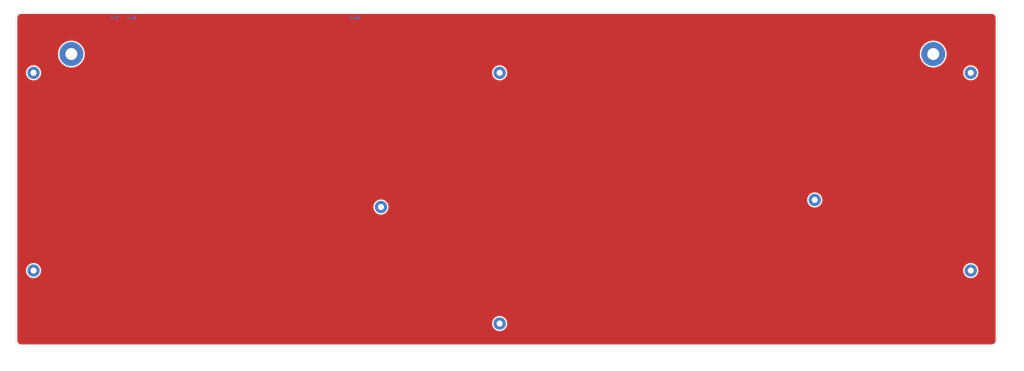
<source format=kicad_pcb>
(kicad_pcb (version 20171130) (host pcbnew "(5.1.12)-1")

  (general
    (thickness 1.6)
    (drawings 10)
    (tracks 0)
    (zones 0)
    (modules 10)
    (nets 1)
  )

  (page User 450.012 250.012)
  (title_block
    (title "PyKey87 Bottom Plate")
    (date 2021-11-12)
    (comment 1 "nitronarcosis & Pierre Constantineau")
  )

  (layers
    (0 F.Cu signal)
    (31 B.Cu signal)
    (32 B.Adhes user)
    (33 F.Adhes user)
    (34 B.Paste user)
    (35 F.Paste user)
    (36 B.SilkS user)
    (37 F.SilkS user)
    (38 B.Mask user)
    (39 F.Mask user)
    (40 Dwgs.User user)
    (41 Cmts.User user)
    (42 Eco1.User user)
    (43 Eco2.User user)
    (44 Edge.Cuts user)
    (45 Margin user)
    (46 B.CrtYd user)
    (47 F.CrtYd user)
    (48 B.Fab user)
    (49 F.Fab user)
  )

  (setup
    (last_trace_width 0.25)
    (trace_clearance 0.2)
    (zone_clearance 0.508)
    (zone_45_only no)
    (trace_min 0.2)
    (via_size 0.8)
    (via_drill 0.4)
    (via_min_size 0.4)
    (via_min_drill 0.3)
    (uvia_size 0.3)
    (uvia_drill 0.1)
    (uvias_allowed no)
    (uvia_min_size 0.2)
    (uvia_min_drill 0.1)
    (edge_width 0.05)
    (segment_width 0.2)
    (pcb_text_width 0.3)
    (pcb_text_size 1.5 1.5)
    (mod_edge_width 0.12)
    (mod_text_size 1 1)
    (mod_text_width 0.15)
    (pad_size 4.4 4.4)
    (pad_drill 2.2)
    (pad_to_mask_clearance 0.051)
    (solder_mask_min_width 0.25)
    (aux_axis_origin 0 0)
    (visible_elements 7FFFFFFF)
    (pcbplotparams
      (layerselection 0x010fc_ffffffff)
      (usegerberextensions true)
      (usegerberattributes true)
      (usegerberadvancedattributes false)
      (creategerberjobfile true)
      (excludeedgelayer true)
      (linewidth 0.100000)
      (plotframeref false)
      (viasonmask false)
      (mode 1)
      (useauxorigin false)
      (hpglpennumber 1)
      (hpglpenspeed 20)
      (hpglpendiameter 15.000000)
      (psnegative false)
      (psa4output false)
      (plotreference true)
      (plotvalue true)
      (plotinvisibletext false)
      (padsonsilk false)
      (subtractmaskfromsilk true)
      (outputformat 1)
      (mirror false)
      (drillshape 0)
      (scaleselection 1)
      (outputdirectory "Gerber/"))
  )

  (net 0 "")

  (net_class Default "This is the default net class."
    (clearance 0.2)
    (trace_width 0.25)
    (via_dia 0.8)
    (via_drill 0.4)
    (uvia_dia 0.3)
    (uvia_drill 0.1)
  )

  (module MountingHole:MountingHole_2.2mm_M2_Pad (layer F.Cu) (tedit 619176EA) (tstamp 618E17F5)
    (at 65.405 132.875)
    (descr "Mounting Hole 2.2mm, M2")
    (tags "mounting hole 2.2mm m2")
    (path /618E2E1F)
    (attr virtual)
    (fp_text reference H4 (at 0 -3.7) (layer F.SilkS) hide
      (effects (font (size 1 1) (thickness 0.15)))
    )
    (fp_text value MountingHole_Pad (at 0 3.7) (layer F.Fab)
      (effects (font (size 1 1) (thickness 0.15)))
    )
    (fp_circle (center 0 0) (end 2.2 0) (layer Cmts.User) (width 0.15))
    (fp_circle (center 0 0) (end 2.45 0) (layer F.CrtYd) (width 0.05))
    (fp_text user %R (at 0.3 0) (layer F.Fab)
      (effects (font (size 1 1) (thickness 0.15)))
    )
    (pad "" thru_hole circle (at 0 0) (size 4.4 4.4) (drill 2.2) (layers *.Cu *.Mask))
  )

  (module MountingHole:MountingHole_2.2mm_M2_Pad (layer F.Cu) (tedit 61917765) (tstamp 618F6403)
    (at 190.365 110.015)
    (descr "Mounting Hole 2.2mm, M2")
    (tags "mounting hole 2.2mm m2")
    (path /618F6366)
    (attr virtual)
    (fp_text reference H8 (at 0 -3.2) (layer F.SilkS) hide
      (effects (font (size 1 1) (thickness 0.15)))
    )
    (fp_text value MountingHole_Pad (at 0 3.2) (layer F.Fab)
      (effects (font (size 1 1) (thickness 0.15)))
    )
    (fp_circle (center 0 0) (end 2.2 0) (layer Cmts.User) (width 0.15))
    (fp_circle (center 0 0) (end 2.45 0) (layer F.CrtYd) (width 0.05))
    (fp_text user %R (at 0.3 0) (layer F.Fab)
      (effects (font (size 1 1) (thickness 0.15)))
    )
    (pad "" thru_hole circle (at 0 0) (size 4.4 4.4) (drill 2.2) (layers *.Cu *.Mask))
  )

  (module MountingHole:MountingHole_2.2mm_M2_Pad (layer F.Cu) (tedit 6191777B) (tstamp 618F25D1)
    (at 346.375 107.475)
    (descr "Mounting Hole 2.2mm, M2")
    (tags "mounting hole 2.2mm m2")
    (path /618ECBEC)
    (attr virtual)
    (fp_text reference H7 (at 0 -3.7) (layer F.SilkS) hide
      (effects (font (size 1 1) (thickness 0.15)))
    )
    (fp_text value MountingHole_Pad (at 0 3.7) (layer F.Fab)
      (effects (font (size 1 1) (thickness 0.15)))
    )
    (fp_circle (center 0 0) (end 2.2 0) (layer Cmts.User) (width 0.15))
    (fp_circle (center 0 0) (end 2.45 0) (layer F.CrtYd) (width 0.05))
    (fp_text user %R (at 0.3 0) (layer F.Fab)
      (effects (font (size 1 1) (thickness 0.15)))
    )
    (pad "" thru_hole circle (at 0 0) (size 4.4 4.4) (drill 2.2) (layers *.Cu *.Mask))
  )

  (module MountingHole:MountingHole_2.2mm_M2_Pad (layer F.Cu) (tedit 6191779B) (tstamp 618E1805)
    (at 402.495 132.875)
    (descr "Mounting Hole 2.2mm, M2")
    (tags "mounting hole 2.2mm m2")
    (path /618E32F3)
    (attr virtual)
    (fp_text reference H6 (at 0 -3.7) (layer F.SilkS) hide
      (effects (font (size 1 1) (thickness 0.15)))
    )
    (fp_text value MountingHole_Pad (at 0 3.7) (layer F.Fab)
      (effects (font (size 1 1) (thickness 0.15)))
    )
    (fp_circle (center 0 0) (end 2.2 0) (layer Cmts.User) (width 0.15))
    (fp_circle (center 0 0) (end 2.45 0) (layer F.CrtYd) (width 0.05))
    (fp_text user %R (at 0.3 0) (layer F.Fab)
      (effects (font (size 1 1) (thickness 0.15)))
    )
    (pad "" thru_hole circle (at 0 0) (size 4.4 4.4) (drill 2.2) (layers *.Cu *.Mask))
  )

  (module MountingHole:MountingHole_2.2mm_M2_Pad (layer F.Cu) (tedit 61917813) (tstamp 618E17FD)
    (at 233.045 151.925)
    (descr "Mounting Hole 2.2mm, M2")
    (tags "mounting hole 2.2mm m2")
    (path /618E2631)
    (attr virtual)
    (fp_text reference H5 (at 0 -3.7) (layer F.SilkS) hide
      (effects (font (size 1 1) (thickness 0.15)))
    )
    (fp_text value MountingHole_Pad (at 0 3.7) (layer F.Fab)
      (effects (font (size 1 1) (thickness 0.15)))
    )
    (fp_circle (center 0 0) (end 2.2 0) (layer Cmts.User) (width 0.15))
    (fp_circle (center 0 0) (end 2.45 0) (layer F.CrtYd) (width 0.05))
    (fp_text user %R (at 0.3 0) (layer F.Fab)
      (effects (font (size 1 1) (thickness 0.15)))
    )
    (pad "" thru_hole circle (at 0 0) (size 4.4 4.4) (drill 2.2) (layers *.Cu *.Mask))
  )

  (module MountingHole:MountingHole_2.2mm_M2_Pad (layer F.Cu) (tedit 6191778B) (tstamp 618E17ED)
    (at 402.495 61.755)
    (descr "Mounting Hole 2.2mm, M2")
    (tags "mounting hole 2.2mm m2")
    (path /618E2394)
    (attr virtual)
    (fp_text reference H3 (at 0 -3.7) (layer F.SilkS) hide
      (effects (font (size 1 1) (thickness 0.15)))
    )
    (fp_text value MountingHole_Pad (at 0 3.7) (layer F.Fab)
      (effects (font (size 1 1) (thickness 0.15)))
    )
    (fp_circle (center 0 0) (end 2.2 0) (layer Cmts.User) (width 0.15))
    (fp_circle (center 0 0) (end 2.45 0) (layer F.CrtYd) (width 0.05))
    (fp_text user %R (at 0.3 0) (layer F.Fab)
      (effects (font (size 1 1) (thickness 0.15)))
    )
    (pad "" thru_hole circle (at 0 0) (size 4.4 4.4) (drill 2.2) (layers *.Cu *.Mask))
  )

  (module MountingHole:MountingHole_2.2mm_M2_Pad (layer F.Cu) (tedit 619176C9) (tstamp 618E17E5)
    (at 233.045 61.755)
    (descr "Mounting Hole 2.2mm, M2")
    (tags "mounting hole 2.2mm m2")
    (path /618E16B1)
    (attr virtual)
    (fp_text reference H2 (at 0 -3.7) (layer F.SilkS) hide
      (effects (font (size 1 1) (thickness 0.15)))
    )
    (fp_text value MountingHole_Pad (at 0 3.7) (layer F.Fab)
      (effects (font (size 1 1) (thickness 0.15)))
    )
    (fp_circle (center 0 0) (end 2.2 0) (layer Cmts.User) (width 0.15))
    (fp_circle (center 0 0) (end 2.45 0) (layer F.CrtYd) (width 0.05))
    (fp_text user %R (at 0.3 0) (layer F.Fab)
      (effects (font (size 1 1) (thickness 0.15)))
    )
    (pad "" thru_hole circle (at 0 0) (size 4.4 4.4) (drill 2.2) (layers *.Cu *.Mask))
  )

  (module MountingHole:MountingHole_2.2mm_M2_Pad (layer F.Cu) (tedit 619176B5) (tstamp 618E17DD)
    (at 65.405 61.755)
    (descr "Mounting Hole 2.2mm, M2")
    (tags "mounting hole 2.2mm m2")
    (path /618E2AF4)
    (attr virtual)
    (fp_text reference H1 (at 0 -3.7) (layer F.SilkS) hide
      (effects (font (size 1 1) (thickness 0.15)))
    )
    (fp_text value MountingHole_Pad (at 0 3.7) (layer F.Fab) hide
      (effects (font (size 1 1) (thickness 0.15)))
    )
    (fp_circle (center 0 0) (end 2.2 0) (layer Cmts.User) (width 0.15))
    (fp_circle (center 0 0) (end 2.45 0) (layer F.CrtYd) (width 0.05))
    (fp_text user %R (at 0.3 0) (layer F.Fab) hide
      (effects (font (size 1 1) (thickness 0.15)))
    )
    (pad "" thru_hole circle (at 0 0) (size 4.4 4.4) (drill 2.2) (layers *.Cu *.Mask))
  )

  (module MountingHole:MountingHole_4.3mm_M4_Pad (layer F.Cu) (tedit 61917782) (tstamp 618E1C07)
    (at 389 55)
    (descr "Mounting Hole 4.3mm, M4")
    (tags "mounting hole 4.3mm m4")
    (path /618E4FDD)
    (attr virtual)
    (fp_text reference H10 (at 0 -5.3) (layer F.SilkS) hide
      (effects (font (size 1 1) (thickness 0.15)))
    )
    (fp_text value MountingHole_Pad (at 0 5.3) (layer F.Fab)
      (effects (font (size 1 1) (thickness 0.15)))
    )
    (fp_circle (center 0 0) (end 4.3 0) (layer Cmts.User) (width 0.15))
    (fp_circle (center 0 0) (end 4.55 0) (layer F.CrtYd) (width 0.05))
    (fp_text user %R (at 0.3 0) (layer F.Fab)
      (effects (font (size 1 1) (thickness 0.15)))
    )
    (pad "" thru_hole circle (at 0 0) (size 8.6 8.6) (drill 4.3) (layers *.Cu *.Mask))
  )

  (module MountingHole:MountingHole_4.3mm_M4_Pad (layer F.Cu) (tedit 619176A5) (tstamp 618E1BFF)
    (at 79 55)
    (descr "Mounting Hole 4.3mm, M4")
    (tags "mounting hole 4.3mm m4")
    (path /618E47BC)
    (attr virtual)
    (fp_text reference H9 (at 0 -5.3) (layer F.SilkS) hide
      (effects (font (size 1 1) (thickness 0.15)))
    )
    (fp_text value MountingHole_Pad (at 0 5.3) (layer F.Fab) hide
      (effects (font (size 1 1) (thickness 0.15)))
    )
    (fp_circle (center 0 0) (end 4.3 0) (layer Cmts.User) (width 0.15))
    (fp_circle (center 0 0) (end 4.55 0) (layer F.CrtYd) (width 0.05))
    (fp_text user %R (at 0.3 0) (layer F.Fab) hide
      (effects (font (size 1 1) (thickness 0.15)))
    )
    (pad "" thru_hole circle (at 0 0) (size 8.6 8.6) (drill 4.3) (layers *.Cu *.Mask))
  )

  (gr_text Reset (at 180.975 41.91) (layer B.Cu)
    (effects (font (size 1 1) (thickness 0.15)) (justify mirror))
  )
  (gr_text "Boot    Run" (at 97.79 41.91) (layer B.Cu)
    (effects (font (size 1 1) (thickness 0.15)) (justify mirror))
  )
  (gr_arc (start 61 158) (end 61 160) (angle 90) (layer Edge.Cuts) (width 0.09906) (tstamp 618E1870))
  (gr_arc (start 61 42) (end 59 42) (angle 90) (layer Edge.Cuts) (width 0.09906) (tstamp 618E186B))
  (gr_arc (start 410 42) (end 410 40) (angle 90) (layer Edge.Cuts) (width 0.09906) (tstamp 618E1863))
  (gr_arc (start 410 158) (end 412 158) (angle 90) (layer Edge.Cuts) (width 0.09906))
  (gr_line (start 412 42) (end 412 158) (layer Edge.Cuts) (width 0.09906) (tstamp 618E184A))
  (gr_line (start 61 160) (end 410 160) (layer Edge.Cuts) (width 0.09906) (tstamp 618E1845))
  (gr_line (start 59 42) (end 59 158) (layer Edge.Cuts) (width 0.09906))
  (gr_line (start 61 40) (end 410 40) (layer Edge.Cuts) (width 0.09906))

  (zone (net 0) (net_name "") (layer F.Cu) (tstamp 61B06F6B) (hatch edge 0.508)
    (connect_pads (clearance 0.508))
    (min_thickness 0.254)
    (fill yes (arc_segments 32) (thermal_gap 0.508) (thermal_bridge_width 0.508))
    (polygon
      (pts
        (xy 53.34 35.56) (xy 53.34 163.83) (xy 421.64 168.91) (xy 421.64 35.56)
      )
    )
    (filled_polygon
      (pts
        (xy 410.254872 40.712803) (xy 410.500036 40.786822) (xy 410.726151 40.907051) (xy 410.924611 41.06891) (xy 411.087853 41.266236)
        (xy 411.209656 41.491506) (xy 411.285386 41.73615) (xy 411.31547 42.022378) (xy 411.315471 157.96651) (xy 411.287197 158.254873)
        (xy 411.213178 158.500035) (xy 411.092948 158.726153) (xy 410.93109 158.924611) (xy 410.733763 159.087854) (xy 410.508494 159.209656)
        (xy 410.263851 159.285386) (xy 409.977622 159.31547) (xy 61.03348 159.31547) (xy 60.745127 159.287197) (xy 60.499965 159.213178)
        (xy 60.273847 159.092948) (xy 60.075389 158.93109) (xy 59.912146 158.733763) (xy 59.790344 158.508494) (xy 59.714614 158.263851)
        (xy 59.68453 157.977622) (xy 59.68453 151.645777) (xy 230.21 151.645777) (xy 230.21 152.204223) (xy 230.318948 152.751939)
        (xy 230.532656 153.267876) (xy 230.842912 153.732207) (xy 231.237793 154.127088) (xy 231.702124 154.437344) (xy 232.218061 154.651052)
        (xy 232.765777 154.76) (xy 233.324223 154.76) (xy 233.871939 154.651052) (xy 234.387876 154.437344) (xy 234.852207 154.127088)
        (xy 235.247088 153.732207) (xy 235.557344 153.267876) (xy 235.771052 152.751939) (xy 235.88 152.204223) (xy 235.88 151.645777)
        (xy 235.771052 151.098061) (xy 235.557344 150.582124) (xy 235.247088 150.117793) (xy 234.852207 149.722912) (xy 234.387876 149.412656)
        (xy 233.871939 149.198948) (xy 233.324223 149.09) (xy 232.765777 149.09) (xy 232.218061 149.198948) (xy 231.702124 149.412656)
        (xy 231.237793 149.722912) (xy 230.842912 150.117793) (xy 230.532656 150.582124) (xy 230.318948 151.098061) (xy 230.21 151.645777)
        (xy 59.68453 151.645777) (xy 59.68453 132.595777) (xy 62.57 132.595777) (xy 62.57 133.154223) (xy 62.678948 133.701939)
        (xy 62.892656 134.217876) (xy 63.202912 134.682207) (xy 63.597793 135.077088) (xy 64.062124 135.387344) (xy 64.578061 135.601052)
        (xy 65.125777 135.71) (xy 65.684223 135.71) (xy 66.231939 135.601052) (xy 66.747876 135.387344) (xy 67.212207 135.077088)
        (xy 67.607088 134.682207) (xy 67.917344 134.217876) (xy 68.131052 133.701939) (xy 68.24 133.154223) (xy 68.24 132.595777)
        (xy 399.66 132.595777) (xy 399.66 133.154223) (xy 399.768948 133.701939) (xy 399.982656 134.217876) (xy 400.292912 134.682207)
        (xy 400.687793 135.077088) (xy 401.152124 135.387344) (xy 401.668061 135.601052) (xy 402.215777 135.71) (xy 402.774223 135.71)
        (xy 403.321939 135.601052) (xy 403.837876 135.387344) (xy 404.302207 135.077088) (xy 404.697088 134.682207) (xy 405.007344 134.217876)
        (xy 405.221052 133.701939) (xy 405.33 133.154223) (xy 405.33 132.595777) (xy 405.221052 132.048061) (xy 405.007344 131.532124)
        (xy 404.697088 131.067793) (xy 404.302207 130.672912) (xy 403.837876 130.362656) (xy 403.321939 130.148948) (xy 402.774223 130.04)
        (xy 402.215777 130.04) (xy 401.668061 130.148948) (xy 401.152124 130.362656) (xy 400.687793 130.672912) (xy 400.292912 131.067793)
        (xy 399.982656 131.532124) (xy 399.768948 132.048061) (xy 399.66 132.595777) (xy 68.24 132.595777) (xy 68.131052 132.048061)
        (xy 67.917344 131.532124) (xy 67.607088 131.067793) (xy 67.212207 130.672912) (xy 66.747876 130.362656) (xy 66.231939 130.148948)
        (xy 65.684223 130.04) (xy 65.125777 130.04) (xy 64.578061 130.148948) (xy 64.062124 130.362656) (xy 63.597793 130.672912)
        (xy 63.202912 131.067793) (xy 62.892656 131.532124) (xy 62.678948 132.048061) (xy 62.57 132.595777) (xy 59.68453 132.595777)
        (xy 59.68453 109.735777) (xy 187.53 109.735777) (xy 187.53 110.294223) (xy 187.638948 110.841939) (xy 187.852656 111.357876)
        (xy 188.162912 111.822207) (xy 188.557793 112.217088) (xy 189.022124 112.527344) (xy 189.538061 112.741052) (xy 190.085777 112.85)
        (xy 190.644223 112.85) (xy 191.191939 112.741052) (xy 191.707876 112.527344) (xy 192.172207 112.217088) (xy 192.567088 111.822207)
        (xy 192.877344 111.357876) (xy 193.091052 110.841939) (xy 193.2 110.294223) (xy 193.2 109.735777) (xy 193.091052 109.188061)
        (xy 192.877344 108.672124) (xy 192.567088 108.207793) (xy 192.172207 107.812912) (xy 191.707876 107.502656) (xy 191.191939 107.288948)
        (xy 190.723539 107.195777) (xy 343.54 107.195777) (xy 343.54 107.754223) (xy 343.648948 108.301939) (xy 343.862656 108.817876)
        (xy 344.172912 109.282207) (xy 344.567793 109.677088) (xy 345.032124 109.987344) (xy 345.548061 110.201052) (xy 346.095777 110.31)
        (xy 346.654223 110.31) (xy 347.201939 110.201052) (xy 347.717876 109.987344) (xy 348.182207 109.677088) (xy 348.577088 109.282207)
        (xy 348.887344 108.817876) (xy 349.101052 108.301939) (xy 349.21 107.754223) (xy 349.21 107.195777) (xy 349.101052 106.648061)
        (xy 348.887344 106.132124) (xy 348.577088 105.667793) (xy 348.182207 105.272912) (xy 347.717876 104.962656) (xy 347.201939 104.748948)
        (xy 346.654223 104.64) (xy 346.095777 104.64) (xy 345.548061 104.748948) (xy 345.032124 104.962656) (xy 344.567793 105.272912)
        (xy 344.172912 105.667793) (xy 343.862656 106.132124) (xy 343.648948 106.648061) (xy 343.54 107.195777) (xy 190.723539 107.195777)
        (xy 190.644223 107.18) (xy 190.085777 107.18) (xy 189.538061 107.288948) (xy 189.022124 107.502656) (xy 188.557793 107.812912)
        (xy 188.162912 108.207793) (xy 187.852656 108.672124) (xy 187.638948 109.188061) (xy 187.53 109.735777) (xy 59.68453 109.735777)
        (xy 59.68453 61.475777) (xy 62.57 61.475777) (xy 62.57 62.034223) (xy 62.678948 62.581939) (xy 62.892656 63.097876)
        (xy 63.202912 63.562207) (xy 63.597793 63.957088) (xy 64.062124 64.267344) (xy 64.578061 64.481052) (xy 65.125777 64.59)
        (xy 65.684223 64.59) (xy 66.231939 64.481052) (xy 66.747876 64.267344) (xy 67.212207 63.957088) (xy 67.607088 63.562207)
        (xy 67.917344 63.097876) (xy 68.131052 62.581939) (xy 68.24 62.034223) (xy 68.24 61.475777) (xy 230.21 61.475777)
        (xy 230.21 62.034223) (xy 230.318948 62.581939) (xy 230.532656 63.097876) (xy 230.842912 63.562207) (xy 231.237793 63.957088)
        (xy 231.702124 64.267344) (xy 232.218061 64.481052) (xy 232.765777 64.59) (xy 233.324223 64.59) (xy 233.871939 64.481052)
        (xy 234.387876 64.267344) (xy 234.852207 63.957088) (xy 235.247088 63.562207) (xy 235.557344 63.097876) (xy 235.771052 62.581939)
        (xy 235.88 62.034223) (xy 235.88 61.475777) (xy 399.66 61.475777) (xy 399.66 62.034223) (xy 399.768948 62.581939)
        (xy 399.982656 63.097876) (xy 400.292912 63.562207) (xy 400.687793 63.957088) (xy 401.152124 64.267344) (xy 401.668061 64.481052)
        (xy 402.215777 64.59) (xy 402.774223 64.59) (xy 403.321939 64.481052) (xy 403.837876 64.267344) (xy 404.302207 63.957088)
        (xy 404.697088 63.562207) (xy 405.007344 63.097876) (xy 405.221052 62.581939) (xy 405.33 62.034223) (xy 405.33 61.475777)
        (xy 405.221052 60.928061) (xy 405.007344 60.412124) (xy 404.697088 59.947793) (xy 404.302207 59.552912) (xy 403.837876 59.242656)
        (xy 403.321939 59.028948) (xy 402.774223 58.92) (xy 402.215777 58.92) (xy 401.668061 59.028948) (xy 401.152124 59.242656)
        (xy 400.687793 59.552912) (xy 400.292912 59.947793) (xy 399.982656 60.412124) (xy 399.768948 60.928061) (xy 399.66 61.475777)
        (xy 235.88 61.475777) (xy 235.771052 60.928061) (xy 235.557344 60.412124) (xy 235.247088 59.947793) (xy 234.852207 59.552912)
        (xy 234.387876 59.242656) (xy 233.871939 59.028948) (xy 233.324223 58.92) (xy 232.765777 58.92) (xy 232.218061 59.028948)
        (xy 231.702124 59.242656) (xy 231.237793 59.552912) (xy 230.842912 59.947793) (xy 230.532656 60.412124) (xy 230.318948 60.928061)
        (xy 230.21 61.475777) (xy 68.24 61.475777) (xy 68.131052 60.928061) (xy 67.917344 60.412124) (xy 67.607088 59.947793)
        (xy 67.212207 59.552912) (xy 66.747876 59.242656) (xy 66.231939 59.028948) (xy 65.684223 58.92) (xy 65.125777 58.92)
        (xy 64.578061 59.028948) (xy 64.062124 59.242656) (xy 63.597793 59.552912) (xy 63.202912 59.947793) (xy 62.892656 60.412124)
        (xy 62.678948 60.928061) (xy 62.57 61.475777) (xy 59.68453 61.475777) (xy 59.68453 54.513945) (xy 74.065 54.513945)
        (xy 74.065 55.486055) (xy 74.25465 56.439486) (xy 74.62666 57.337599) (xy 75.166735 58.145879) (xy 75.854121 58.833265)
        (xy 76.662401 59.37334) (xy 77.560514 59.74535) (xy 78.513945 59.935) (xy 79.486055 59.935) (xy 80.439486 59.74535)
        (xy 81.337599 59.37334) (xy 82.145879 58.833265) (xy 82.833265 58.145879) (xy 83.37334 57.337599) (xy 83.74535 56.439486)
        (xy 83.935 55.486055) (xy 83.935 54.513945) (xy 384.065 54.513945) (xy 384.065 55.486055) (xy 384.25465 56.439486)
        (xy 384.62666 57.337599) (xy 385.166735 58.145879) (xy 385.854121 58.833265) (xy 386.662401 59.37334) (xy 387.560514 59.74535)
        (xy 388.513945 59.935) (xy 389.486055 59.935) (xy 390.439486 59.74535) (xy 391.337599 59.37334) (xy 392.145879 58.833265)
        (xy 392.833265 58.145879) (xy 393.37334 57.337599) (xy 393.74535 56.439486) (xy 393.935 55.486055) (xy 393.935 54.513945)
        (xy 393.74535 53.560514) (xy 393.37334 52.662401) (xy 392.833265 51.854121) (xy 392.145879 51.166735) (xy 391.337599 50.62666)
        (xy 390.439486 50.25465) (xy 389.486055 50.065) (xy 388.513945 50.065) (xy 387.560514 50.25465) (xy 386.662401 50.62666)
        (xy 385.854121 51.166735) (xy 385.166735 51.854121) (xy 384.62666 52.662401) (xy 384.25465 53.560514) (xy 384.065 54.513945)
        (xy 83.935 54.513945) (xy 83.74535 53.560514) (xy 83.37334 52.662401) (xy 82.833265 51.854121) (xy 82.145879 51.166735)
        (xy 81.337599 50.62666) (xy 80.439486 50.25465) (xy 79.486055 50.065) (xy 78.513945 50.065) (xy 77.560514 50.25465)
        (xy 76.662401 50.62666) (xy 75.854121 51.166735) (xy 75.166735 51.854121) (xy 74.62666 52.662401) (xy 74.25465 53.560514)
        (xy 74.065 54.513945) (xy 59.68453 54.513945) (xy 59.68453 42.03348) (xy 59.712803 41.745128) (xy 59.786822 41.499964)
        (xy 59.907051 41.273849) (xy 60.06891 41.075389) (xy 60.266236 40.912147) (xy 60.491506 40.790344) (xy 60.73615 40.714614)
        (xy 61.022378 40.68453) (xy 409.96652 40.68453)
      )
    )
  )
)

</source>
